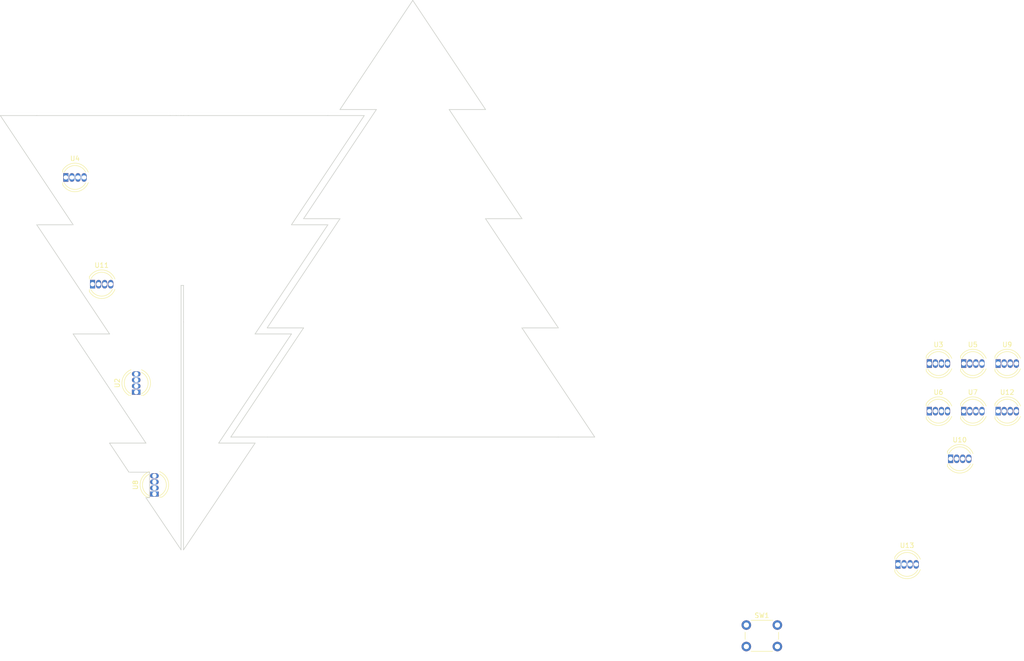
<source format=kicad_pcb>
(kicad_pcb (version 4) (host pcbnew 4.0.7)

  (general
    (links 36)
    (no_connects 36)
    (area -86.435001 -0.075001 38.175001 115.137001)
    (thickness 1.6)
    (drawings 47)
    (tracks 0)
    (zones 0)
    (modules 13)
    (nets 17)
  )

  (page A4)
  (layers
    (0 F.Cu signal)
    (31 B.Cu signal)
    (32 B.Adhes user)
    (33 F.Adhes user)
    (34 B.Paste user)
    (35 F.Paste user)
    (36 B.SilkS user)
    (37 F.SilkS user)
    (38 B.Mask user)
    (39 F.Mask user)
    (40 Dwgs.User user)
    (41 Cmts.User user)
    (42 Eco1.User user)
    (43 Eco2.User user)
    (44 Edge.Cuts user)
    (45 Margin user)
    (46 B.CrtYd user)
    (47 F.CrtYd user)
    (48 B.Fab user)
    (49 F.Fab user)
  )

  (setup
    (last_trace_width 0.25)
    (trace_clearance 0.2)
    (zone_clearance 0.508)
    (zone_45_only no)
    (trace_min 0.2)
    (segment_width 0.2)
    (edge_width 0.15)
    (via_size 0.6)
    (via_drill 0.4)
    (via_min_size 0.4)
    (via_min_drill 0.3)
    (uvia_size 0.3)
    (uvia_drill 0.1)
    (uvias_allowed no)
    (uvia_min_size 0.2)
    (uvia_min_drill 0.1)
    (pcb_text_width 0.3)
    (pcb_text_size 1.5 1.5)
    (mod_edge_width 0.15)
    (mod_text_size 1 1)
    (mod_text_width 0.15)
    (pad_size 1.524 1.524)
    (pad_drill 0.762)
    (pad_to_mask_clearance 0.2)
    (aux_axis_origin 0 0)
    (visible_elements 7FFFFFFF)
    (pcbplotparams
      (layerselection 0x00030_80000001)
      (usegerberextensions false)
      (excludeedgelayer true)
      (linewidth 0.100000)
      (plotframeref false)
      (viasonmask false)
      (mode 1)
      (useauxorigin false)
      (hpglpennumber 1)
      (hpglpenspeed 20)
      (hpglpendiameter 15)
      (hpglpenoverlay 2)
      (psnegative false)
      (psa4output false)
      (plotreference true)
      (plotvalue true)
      (plotinvisibletext false)
      (padsonsilk false)
      (subtractmaskfromsilk false)
      (outputformat 1)
      (mirror false)
      (drillshape 1)
      (scaleselection 1)
      (outputdirectory ""))
  )

  (net 0 "")
  (net 1 "Net-(SW1-Pad2)")
  (net 2 GND)
  (net 3 "Net-(U1-Pad2)")
  (net 4 VCC)
  (net 5 "Net-(U2-Pad4)")
  (net 6 "Net-(U10-Pad4)")
  (net 7 "Net-(U3-Pad4)")
  (net 8 "Net-(U11-Pad4)")
  (net 9 "Net-(U4-Pad4)")
  (net 10 "Net-(U12-Pad4)")
  (net 11 "Net-(U5-Pad4)")
  (net 12 "Net-(U10-Pad1)")
  (net 13 "Net-(U11-Pad1)")
  (net 14 "Net-(U12-Pad1)")
  (net 15 "Net-(U13-Pad1)")
  (net 16 "Net-(U13-Pad4)")

  (net_class Default "This is the default net class."
    (clearance 0.2)
    (trace_width 0.25)
    (via_dia 0.6)
    (via_drill 0.4)
    (uvia_dia 0.3)
    (uvia_drill 0.1)
    (add_net GND)
    (add_net "Net-(SW1-Pad2)")
    (add_net "Net-(U1-Pad2)")
    (add_net "Net-(U10-Pad1)")
    (add_net "Net-(U10-Pad4)")
    (add_net "Net-(U11-Pad1)")
    (add_net "Net-(U11-Pad4)")
    (add_net "Net-(U12-Pad1)")
    (add_net "Net-(U12-Pad4)")
    (add_net "Net-(U13-Pad1)")
    (add_net "Net-(U13-Pad4)")
    (add_net "Net-(U2-Pad4)")
    (add_net "Net-(U3-Pad4)")
    (add_net "Net-(U4-Pad4)")
    (add_net "Net-(U5-Pad4)")
    (add_net VCC)
  )

  (module Buttons_Switches_THT:SW_PUSH_6mm (layer F.Cu) (tedit 5923F252) (tstamp 5A22465B)
    (at 69.85 130.81)
    (descr https://www.omron.com/ecb/products/pdf/en-b3f.pdf)
    (tags "tact sw push 6mm")
    (path /5A224F8A)
    (fp_text reference SW1 (at 3.25 -2) (layer F.SilkS)
      (effects (font (size 1 1) (thickness 0.15)))
    )
    (fp_text value SW_Push (at 3.75 6.7) (layer F.Fab)
      (effects (font (size 1 1) (thickness 0.15)))
    )
    (fp_text user %R (at 3.25 2.25) (layer F.Fab)
      (effects (font (size 1 1) (thickness 0.15)))
    )
    (fp_line (start 3.25 -0.75) (end 6.25 -0.75) (layer F.Fab) (width 0.1))
    (fp_line (start 6.25 -0.75) (end 6.25 5.25) (layer F.Fab) (width 0.1))
    (fp_line (start 6.25 5.25) (end 0.25 5.25) (layer F.Fab) (width 0.1))
    (fp_line (start 0.25 5.25) (end 0.25 -0.75) (layer F.Fab) (width 0.1))
    (fp_line (start 0.25 -0.75) (end 3.25 -0.75) (layer F.Fab) (width 0.1))
    (fp_line (start 7.75 6) (end 8 6) (layer F.CrtYd) (width 0.05))
    (fp_line (start 8 6) (end 8 5.75) (layer F.CrtYd) (width 0.05))
    (fp_line (start 7.75 -1.5) (end 8 -1.5) (layer F.CrtYd) (width 0.05))
    (fp_line (start 8 -1.5) (end 8 -1.25) (layer F.CrtYd) (width 0.05))
    (fp_line (start -1.5 -1.25) (end -1.5 -1.5) (layer F.CrtYd) (width 0.05))
    (fp_line (start -1.5 -1.5) (end -1.25 -1.5) (layer F.CrtYd) (width 0.05))
    (fp_line (start -1.5 5.75) (end -1.5 6) (layer F.CrtYd) (width 0.05))
    (fp_line (start -1.5 6) (end -1.25 6) (layer F.CrtYd) (width 0.05))
    (fp_line (start -1.25 -1.5) (end 7.75 -1.5) (layer F.CrtYd) (width 0.05))
    (fp_line (start -1.5 5.75) (end -1.5 -1.25) (layer F.CrtYd) (width 0.05))
    (fp_line (start 7.75 6) (end -1.25 6) (layer F.CrtYd) (width 0.05))
    (fp_line (start 8 -1.25) (end 8 5.75) (layer F.CrtYd) (width 0.05))
    (fp_line (start 1 5.5) (end 5.5 5.5) (layer F.SilkS) (width 0.12))
    (fp_line (start -0.25 1.5) (end -0.25 3) (layer F.SilkS) (width 0.12))
    (fp_line (start 5.5 -1) (end 1 -1) (layer F.SilkS) (width 0.12))
    (fp_line (start 6.75 3) (end 6.75 1.5) (layer F.SilkS) (width 0.12))
    (fp_circle (center 3.25 2.25) (end 1.25 2.5) (layer F.Fab) (width 0.1))
    (pad 2 thru_hole circle (at 0 4.5 90) (size 2 2) (drill 1.1) (layers *.Cu *.Mask)
      (net 1 "Net-(SW1-Pad2)"))
    (pad 1 thru_hole circle (at 0 0 90) (size 2 2) (drill 1.1) (layers *.Cu *.Mask)
      (net 2 GND))
    (pad 2 thru_hole circle (at 6.5 4.5 90) (size 2 2) (drill 1.1) (layers *.Cu *.Mask)
      (net 1 "Net-(SW1-Pad2)"))
    (pad 1 thru_hole circle (at 6.5 0 90) (size 2 2) (drill 1.1) (layers *.Cu *.Mask)
      (net 2 GND))
    (model ${KISYS3DMOD}/Buttons_Switches_THT.3dshapes/SW_PUSH_6mm.wrl
      (at (xyz 0.005 0 0))
      (scale (xyz 0.3937 0.3937 0.3937))
      (rotate (xyz 0 0 0))
    )
  )

  (module LEDs:LED_D5.0mm-4 (layer F.Cu) (tedit 587A3A7B) (tstamp 5A224663)
    (at -57.912 82.042 90)
    (descr "LED, diameter 5.0mm, 2 pins, diameter 5.0mm, 3 pins, diameter 5.0mm, 4 pins, http://www.kingbright.com/attachments/file/psearch/000/00/00/L-154A4SUREQBFZGEW(Ver.9A).pdf")
    (tags "LED diameter 5.0mm 2 pins diameter 5.0mm 3 pins diameter 5.0mm 4 pins")
    (path /5A224893)
    (fp_text reference U2 (at 1.905 -3.96 90) (layer F.SilkS)
      (effects (font (size 1 1) (thickness 0.15)))
    )
    (fp_text value WS2812b (at 1.905 3.96 90) (layer F.Fab)
      (effects (font (size 1 1) (thickness 0.15)))
    )
    (fp_arc (start 1.905 0) (end -0.595 -1.469694) (angle 299.1) (layer F.Fab) (width 0.1))
    (fp_arc (start 1.905 0) (end -0.655 -1.54483) (angle 127.7) (layer F.SilkS) (width 0.12))
    (fp_arc (start 1.905 0) (end -0.655 1.54483) (angle -127.7) (layer F.SilkS) (width 0.12))
    (fp_arc (start 1.905 0) (end -0.349684 -1.08) (angle 128.8) (layer F.SilkS) (width 0.12))
    (fp_arc (start 1.905 0) (end -0.349684 1.08) (angle -128.8) (layer F.SilkS) (width 0.12))
    (fp_circle (center 1.905 0) (end 4.405 0) (layer F.Fab) (width 0.1))
    (fp_line (start -0.595 -1.469694) (end -0.595 1.469694) (layer F.Fab) (width 0.1))
    (fp_line (start -0.655 -1.545) (end -0.655 -1.08) (layer F.SilkS) (width 0.12))
    (fp_line (start -0.655 1.08) (end -0.655 1.545) (layer F.SilkS) (width 0.12))
    (fp_line (start -1.35 -3.25) (end -1.35 3.25) (layer F.CrtYd) (width 0.05))
    (fp_line (start -1.35 3.25) (end 5.15 3.25) (layer F.CrtYd) (width 0.05))
    (fp_line (start 5.15 3.25) (end 5.15 -3.25) (layer F.CrtYd) (width 0.05))
    (fp_line (start 5.15 -3.25) (end -1.35 -3.25) (layer F.CrtYd) (width 0.05))
    (pad 1 thru_hole rect (at 0 0 90) (size 1.07 1.8) (drill 0.9) (layers *.Cu *.Mask)
      (net 3 "Net-(U1-Pad2)"))
    (pad 2 thru_hole oval (at 1.27 0 90) (size 1.07 1.8) (drill 0.9) (layers *.Cu *.Mask)
      (net 4 VCC))
    (pad 3 thru_hole oval (at 2.54 0 90) (size 1.07 1.8) (drill 0.9) (layers *.Cu *.Mask)
      (net 2 GND))
    (pad 4 thru_hole oval (at 3.81 0 90) (size 1.07 1.8) (drill 0.9) (layers *.Cu *.Mask)
      (net 5 "Net-(U2-Pad4)"))
    (model ${KISYS3DMOD}/LEDs.3dshapes/LED_D5.0mm-4.wrl
      (at (xyz 0 0 0))
      (scale (xyz 0.393701 0.393701 0.393701))
      (rotate (xyz 0 0 0))
    )
  )

  (module LEDs:LED_D5.0mm-4 (layer F.Cu) (tedit 587A3A7B) (tstamp 5A22466B)
    (at 108.169762 76.055)
    (descr "LED, diameter 5.0mm, 2 pins, diameter 5.0mm, 3 pins, diameter 5.0mm, 4 pins, http://www.kingbright.com/attachments/file/psearch/000/00/00/L-154A4SUREQBFZGEW(Ver.9A).pdf")
    (tags "LED diameter 5.0mm 2 pins diameter 5.0mm 3 pins diameter 5.0mm 4 pins")
    (path /5A22492E)
    (fp_text reference U3 (at 1.905 -3.96) (layer F.SilkS)
      (effects (font (size 1 1) (thickness 0.15)))
    )
    (fp_text value WS2812b (at 1.905 3.96) (layer F.Fab)
      (effects (font (size 1 1) (thickness 0.15)))
    )
    (fp_arc (start 1.905 0) (end -0.595 -1.469694) (angle 299.1) (layer F.Fab) (width 0.1))
    (fp_arc (start 1.905 0) (end -0.655 -1.54483) (angle 127.7) (layer F.SilkS) (width 0.12))
    (fp_arc (start 1.905 0) (end -0.655 1.54483) (angle -127.7) (layer F.SilkS) (width 0.12))
    (fp_arc (start 1.905 0) (end -0.349684 -1.08) (angle 128.8) (layer F.SilkS) (width 0.12))
    (fp_arc (start 1.905 0) (end -0.349684 1.08) (angle -128.8) (layer F.SilkS) (width 0.12))
    (fp_circle (center 1.905 0) (end 4.405 0) (layer F.Fab) (width 0.1))
    (fp_line (start -0.595 -1.469694) (end -0.595 1.469694) (layer F.Fab) (width 0.1))
    (fp_line (start -0.655 -1.545) (end -0.655 -1.08) (layer F.SilkS) (width 0.12))
    (fp_line (start -0.655 1.08) (end -0.655 1.545) (layer F.SilkS) (width 0.12))
    (fp_line (start -1.35 -3.25) (end -1.35 3.25) (layer F.CrtYd) (width 0.05))
    (fp_line (start -1.35 3.25) (end 5.15 3.25) (layer F.CrtYd) (width 0.05))
    (fp_line (start 5.15 3.25) (end 5.15 -3.25) (layer F.CrtYd) (width 0.05))
    (fp_line (start 5.15 -3.25) (end -1.35 -3.25) (layer F.CrtYd) (width 0.05))
    (pad 1 thru_hole rect (at 0 0) (size 1.07 1.8) (drill 0.9) (layers *.Cu *.Mask)
      (net 6 "Net-(U10-Pad4)"))
    (pad 2 thru_hole oval (at 1.27 0) (size 1.07 1.8) (drill 0.9) (layers *.Cu *.Mask)
      (net 4 VCC))
    (pad 3 thru_hole oval (at 2.54 0) (size 1.07 1.8) (drill 0.9) (layers *.Cu *.Mask)
      (net 2 GND))
    (pad 4 thru_hole oval (at 3.81 0) (size 1.07 1.8) (drill 0.9) (layers *.Cu *.Mask)
      (net 7 "Net-(U3-Pad4)"))
    (model ${KISYS3DMOD}/LEDs.3dshapes/LED_D5.0mm-4.wrl
      (at (xyz 0 0 0))
      (scale (xyz 0.393701 0.393701 0.393701))
      (rotate (xyz 0 0 0))
    )
  )

  (module LEDs:LED_D5.0mm-4 (layer F.Cu) (tedit 587A3A7B) (tstamp 5A224673)
    (at -72.644 37.084)
    (descr "LED, diameter 5.0mm, 2 pins, diameter 5.0mm, 3 pins, diameter 5.0mm, 4 pins, http://www.kingbright.com/attachments/file/psearch/000/00/00/L-154A4SUREQBFZGEW(Ver.9A).pdf")
    (tags "LED diameter 5.0mm 2 pins diameter 5.0mm 3 pins diameter 5.0mm 4 pins")
    (path /5A22498D)
    (fp_text reference U4 (at 1.905 -3.96) (layer F.SilkS)
      (effects (font (size 1 1) (thickness 0.15)))
    )
    (fp_text value WS2812b (at 1.905 3.96) (layer F.Fab)
      (effects (font (size 1 1) (thickness 0.15)))
    )
    (fp_arc (start 1.905 0) (end -0.595 -1.469694) (angle 299.1) (layer F.Fab) (width 0.1))
    (fp_arc (start 1.905 0) (end -0.655 -1.54483) (angle 127.7) (layer F.SilkS) (width 0.12))
    (fp_arc (start 1.905 0) (end -0.655 1.54483) (angle -127.7) (layer F.SilkS) (width 0.12))
    (fp_arc (start 1.905 0) (end -0.349684 -1.08) (angle 128.8) (layer F.SilkS) (width 0.12))
    (fp_arc (start 1.905 0) (end -0.349684 1.08) (angle -128.8) (layer F.SilkS) (width 0.12))
    (fp_circle (center 1.905 0) (end 4.405 0) (layer F.Fab) (width 0.1))
    (fp_line (start -0.595 -1.469694) (end -0.595 1.469694) (layer F.Fab) (width 0.1))
    (fp_line (start -0.655 -1.545) (end -0.655 -1.08) (layer F.SilkS) (width 0.12))
    (fp_line (start -0.655 1.08) (end -0.655 1.545) (layer F.SilkS) (width 0.12))
    (fp_line (start -1.35 -3.25) (end -1.35 3.25) (layer F.CrtYd) (width 0.05))
    (fp_line (start -1.35 3.25) (end 5.15 3.25) (layer F.CrtYd) (width 0.05))
    (fp_line (start 5.15 3.25) (end 5.15 -3.25) (layer F.CrtYd) (width 0.05))
    (fp_line (start 5.15 -3.25) (end -1.35 -3.25) (layer F.CrtYd) (width 0.05))
    (pad 1 thru_hole rect (at 0 0) (size 1.07 1.8) (drill 0.9) (layers *.Cu *.Mask)
      (net 8 "Net-(U11-Pad4)"))
    (pad 2 thru_hole oval (at 1.27 0) (size 1.07 1.8) (drill 0.9) (layers *.Cu *.Mask)
      (net 4 VCC))
    (pad 3 thru_hole oval (at 2.54 0) (size 1.07 1.8) (drill 0.9) (layers *.Cu *.Mask)
      (net 2 GND))
    (pad 4 thru_hole oval (at 3.81 0) (size 1.07 1.8) (drill 0.9) (layers *.Cu *.Mask)
      (net 9 "Net-(U4-Pad4)"))
    (model ${KISYS3DMOD}/LEDs.3dshapes/LED_D5.0mm-4.wrl
      (at (xyz 0 0 0))
      (scale (xyz 0.393701 0.393701 0.393701))
      (rotate (xyz 0 0 0))
    )
  )

  (module LEDs:LED_D5.0mm-4 (layer F.Cu) (tedit 587A3A7B) (tstamp 5A22467B)
    (at 115.369762 76.055)
    (descr "LED, diameter 5.0mm, 2 pins, diameter 5.0mm, 3 pins, diameter 5.0mm, 4 pins, http://www.kingbright.com/attachments/file/psearch/000/00/00/L-154A4SUREQBFZGEW(Ver.9A).pdf")
    (tags "LED diameter 5.0mm 2 pins diameter 5.0mm 3 pins diameter 5.0mm 4 pins")
    (path /5A2249BE)
    (fp_text reference U5 (at 1.905 -3.96) (layer F.SilkS)
      (effects (font (size 1 1) (thickness 0.15)))
    )
    (fp_text value WS2812b (at 1.905 3.96) (layer F.Fab)
      (effects (font (size 1 1) (thickness 0.15)))
    )
    (fp_arc (start 1.905 0) (end -0.595 -1.469694) (angle 299.1) (layer F.Fab) (width 0.1))
    (fp_arc (start 1.905 0) (end -0.655 -1.54483) (angle 127.7) (layer F.SilkS) (width 0.12))
    (fp_arc (start 1.905 0) (end -0.655 1.54483) (angle -127.7) (layer F.SilkS) (width 0.12))
    (fp_arc (start 1.905 0) (end -0.349684 -1.08) (angle 128.8) (layer F.SilkS) (width 0.12))
    (fp_arc (start 1.905 0) (end -0.349684 1.08) (angle -128.8) (layer F.SilkS) (width 0.12))
    (fp_circle (center 1.905 0) (end 4.405 0) (layer F.Fab) (width 0.1))
    (fp_line (start -0.595 -1.469694) (end -0.595 1.469694) (layer F.Fab) (width 0.1))
    (fp_line (start -0.655 -1.545) (end -0.655 -1.08) (layer F.SilkS) (width 0.12))
    (fp_line (start -0.655 1.08) (end -0.655 1.545) (layer F.SilkS) (width 0.12))
    (fp_line (start -1.35 -3.25) (end -1.35 3.25) (layer F.CrtYd) (width 0.05))
    (fp_line (start -1.35 3.25) (end 5.15 3.25) (layer F.CrtYd) (width 0.05))
    (fp_line (start 5.15 3.25) (end 5.15 -3.25) (layer F.CrtYd) (width 0.05))
    (fp_line (start 5.15 -3.25) (end -1.35 -3.25) (layer F.CrtYd) (width 0.05))
    (pad 1 thru_hole rect (at 0 0) (size 1.07 1.8) (drill 0.9) (layers *.Cu *.Mask)
      (net 10 "Net-(U12-Pad4)"))
    (pad 2 thru_hole oval (at 1.27 0) (size 1.07 1.8) (drill 0.9) (layers *.Cu *.Mask)
      (net 4 VCC))
    (pad 3 thru_hole oval (at 2.54 0) (size 1.07 1.8) (drill 0.9) (layers *.Cu *.Mask)
      (net 2 GND))
    (pad 4 thru_hole oval (at 3.81 0) (size 1.07 1.8) (drill 0.9) (layers *.Cu *.Mask)
      (net 11 "Net-(U5-Pad4)"))
    (model ${KISYS3DMOD}/LEDs.3dshapes/LED_D5.0mm-4.wrl
      (at (xyz 0 0 0))
      (scale (xyz 0.393701 0.393701 0.393701))
      (rotate (xyz 0 0 0))
    )
  )

  (module LEDs:LED_D5.0mm-4 (layer F.Cu) (tedit 587A3A7B) (tstamp 5A224683)
    (at 108.169762 86.025)
    (descr "LED, diameter 5.0mm, 2 pins, diameter 5.0mm, 3 pins, diameter 5.0mm, 4 pins, http://www.kingbright.com/attachments/file/psearch/000/00/00/L-154A4SUREQBFZGEW(Ver.9A).pdf")
    (tags "LED diameter 5.0mm 2 pins diameter 5.0mm 3 pins diameter 5.0mm 4 pins")
    (path /5A2248C3)
    (fp_text reference U6 (at 1.905 -3.96) (layer F.SilkS)
      (effects (font (size 1 1) (thickness 0.15)))
    )
    (fp_text value WS2812b (at 1.905 3.96) (layer F.Fab)
      (effects (font (size 1 1) (thickness 0.15)))
    )
    (fp_arc (start 1.905 0) (end -0.595 -1.469694) (angle 299.1) (layer F.Fab) (width 0.1))
    (fp_arc (start 1.905 0) (end -0.655 -1.54483) (angle 127.7) (layer F.SilkS) (width 0.12))
    (fp_arc (start 1.905 0) (end -0.655 1.54483) (angle -127.7) (layer F.SilkS) (width 0.12))
    (fp_arc (start 1.905 0) (end -0.349684 -1.08) (angle 128.8) (layer F.SilkS) (width 0.12))
    (fp_arc (start 1.905 0) (end -0.349684 1.08) (angle -128.8) (layer F.SilkS) (width 0.12))
    (fp_circle (center 1.905 0) (end 4.405 0) (layer F.Fab) (width 0.1))
    (fp_line (start -0.595 -1.469694) (end -0.595 1.469694) (layer F.Fab) (width 0.1))
    (fp_line (start -0.655 -1.545) (end -0.655 -1.08) (layer F.SilkS) (width 0.12))
    (fp_line (start -0.655 1.08) (end -0.655 1.545) (layer F.SilkS) (width 0.12))
    (fp_line (start -1.35 -3.25) (end -1.35 3.25) (layer F.CrtYd) (width 0.05))
    (fp_line (start -1.35 3.25) (end 5.15 3.25) (layer F.CrtYd) (width 0.05))
    (fp_line (start 5.15 3.25) (end 5.15 -3.25) (layer F.CrtYd) (width 0.05))
    (fp_line (start 5.15 -3.25) (end -1.35 -3.25) (layer F.CrtYd) (width 0.05))
    (pad 1 thru_hole rect (at 0 0) (size 1.07 1.8) (drill 0.9) (layers *.Cu *.Mask)
      (net 5 "Net-(U2-Pad4)"))
    (pad 2 thru_hole oval (at 1.27 0) (size 1.07 1.8) (drill 0.9) (layers *.Cu *.Mask)
      (net 4 VCC))
    (pad 3 thru_hole oval (at 2.54 0) (size 1.07 1.8) (drill 0.9) (layers *.Cu *.Mask)
      (net 2 GND))
    (pad 4 thru_hole oval (at 3.81 0) (size 1.07 1.8) (drill 0.9) (layers *.Cu *.Mask)
      (net 12 "Net-(U10-Pad1)"))
    (model ${KISYS3DMOD}/LEDs.3dshapes/LED_D5.0mm-4.wrl
      (at (xyz 0 0 0))
      (scale (xyz 0.393701 0.393701 0.393701))
      (rotate (xyz 0 0 0))
    )
  )

  (module LEDs:LED_D5.0mm-4 (layer F.Cu) (tedit 587A3A7B) (tstamp 5A22468B)
    (at 115.369762 86.025)
    (descr "LED, diameter 5.0mm, 2 pins, diameter 5.0mm, 3 pins, diameter 5.0mm, 4 pins, http://www.kingbright.com/attachments/file/psearch/000/00/00/L-154A4SUREQBFZGEW(Ver.9A).pdf")
    (tags "LED diameter 5.0mm 2 pins diameter 5.0mm 3 pins diameter 5.0mm 4 pins")
    (path /5A224955)
    (fp_text reference U7 (at 1.905 -3.96) (layer F.SilkS)
      (effects (font (size 1 1) (thickness 0.15)))
    )
    (fp_text value WS2812b (at 1.905 3.96) (layer F.Fab)
      (effects (font (size 1 1) (thickness 0.15)))
    )
    (fp_arc (start 1.905 0) (end -0.595 -1.469694) (angle 299.1) (layer F.Fab) (width 0.1))
    (fp_arc (start 1.905 0) (end -0.655 -1.54483) (angle 127.7) (layer F.SilkS) (width 0.12))
    (fp_arc (start 1.905 0) (end -0.655 1.54483) (angle -127.7) (layer F.SilkS) (width 0.12))
    (fp_arc (start 1.905 0) (end -0.349684 -1.08) (angle 128.8) (layer F.SilkS) (width 0.12))
    (fp_arc (start 1.905 0) (end -0.349684 1.08) (angle -128.8) (layer F.SilkS) (width 0.12))
    (fp_circle (center 1.905 0) (end 4.405 0) (layer F.Fab) (width 0.1))
    (fp_line (start -0.595 -1.469694) (end -0.595 1.469694) (layer F.Fab) (width 0.1))
    (fp_line (start -0.655 -1.545) (end -0.655 -1.08) (layer F.SilkS) (width 0.12))
    (fp_line (start -0.655 1.08) (end -0.655 1.545) (layer F.SilkS) (width 0.12))
    (fp_line (start -1.35 -3.25) (end -1.35 3.25) (layer F.CrtYd) (width 0.05))
    (fp_line (start -1.35 3.25) (end 5.15 3.25) (layer F.CrtYd) (width 0.05))
    (fp_line (start 5.15 3.25) (end 5.15 -3.25) (layer F.CrtYd) (width 0.05))
    (fp_line (start 5.15 -3.25) (end -1.35 -3.25) (layer F.CrtYd) (width 0.05))
    (pad 1 thru_hole rect (at 0 0) (size 1.07 1.8) (drill 0.9) (layers *.Cu *.Mask)
      (net 7 "Net-(U3-Pad4)"))
    (pad 2 thru_hole oval (at 1.27 0) (size 1.07 1.8) (drill 0.9) (layers *.Cu *.Mask)
      (net 4 VCC))
    (pad 3 thru_hole oval (at 2.54 0) (size 1.07 1.8) (drill 0.9) (layers *.Cu *.Mask)
      (net 2 GND))
    (pad 4 thru_hole oval (at 3.81 0) (size 1.07 1.8) (drill 0.9) (layers *.Cu *.Mask)
      (net 13 "Net-(U11-Pad1)"))
    (model ${KISYS3DMOD}/LEDs.3dshapes/LED_D5.0mm-4.wrl
      (at (xyz 0 0 0))
      (scale (xyz 0.393701 0.393701 0.393701))
      (rotate (xyz 0 0 0))
    )
  )

  (module LEDs:LED_D5.0mm-4 (layer F.Cu) (tedit 587A3A7B) (tstamp 5A224693)
    (at -54.102 103.378 90)
    (descr "LED, diameter 5.0mm, 2 pins, diameter 5.0mm, 3 pins, diameter 5.0mm, 4 pins, http://www.kingbright.com/attachments/file/psearch/000/00/00/L-154A4SUREQBFZGEW(Ver.9A).pdf")
    (tags "LED diameter 5.0mm 2 pins diameter 5.0mm 3 pins diameter 5.0mm 4 pins")
    (path /5A2249F0)
    (fp_text reference U8 (at 1.905 -3.96 90) (layer F.SilkS)
      (effects (font (size 1 1) (thickness 0.15)))
    )
    (fp_text value WS2812b (at 1.905 3.96 90) (layer F.Fab)
      (effects (font (size 1 1) (thickness 0.15)))
    )
    (fp_arc (start 1.905 0) (end -0.595 -1.469694) (angle 299.1) (layer F.Fab) (width 0.1))
    (fp_arc (start 1.905 0) (end -0.655 -1.54483) (angle 127.7) (layer F.SilkS) (width 0.12))
    (fp_arc (start 1.905 0) (end -0.655 1.54483) (angle -127.7) (layer F.SilkS) (width 0.12))
    (fp_arc (start 1.905 0) (end -0.349684 -1.08) (angle 128.8) (layer F.SilkS) (width 0.12))
    (fp_arc (start 1.905 0) (end -0.349684 1.08) (angle -128.8) (layer F.SilkS) (width 0.12))
    (fp_circle (center 1.905 0) (end 4.405 0) (layer F.Fab) (width 0.1))
    (fp_line (start -0.595 -1.469694) (end -0.595 1.469694) (layer F.Fab) (width 0.1))
    (fp_line (start -0.655 -1.545) (end -0.655 -1.08) (layer F.SilkS) (width 0.12))
    (fp_line (start -0.655 1.08) (end -0.655 1.545) (layer F.SilkS) (width 0.12))
    (fp_line (start -1.35 -3.25) (end -1.35 3.25) (layer F.CrtYd) (width 0.05))
    (fp_line (start -1.35 3.25) (end 5.15 3.25) (layer F.CrtYd) (width 0.05))
    (fp_line (start 5.15 3.25) (end 5.15 -3.25) (layer F.CrtYd) (width 0.05))
    (fp_line (start 5.15 -3.25) (end -1.35 -3.25) (layer F.CrtYd) (width 0.05))
    (pad 1 thru_hole rect (at 0 0 90) (size 1.07 1.8) (drill 0.9) (layers *.Cu *.Mask)
      (net 9 "Net-(U4-Pad4)"))
    (pad 2 thru_hole oval (at 1.27 0 90) (size 1.07 1.8) (drill 0.9) (layers *.Cu *.Mask)
      (net 4 VCC))
    (pad 3 thru_hole oval (at 2.54 0 90) (size 1.07 1.8) (drill 0.9) (layers *.Cu *.Mask)
      (net 2 GND))
    (pad 4 thru_hole oval (at 3.81 0 90) (size 1.07 1.8) (drill 0.9) (layers *.Cu *.Mask)
      (net 14 "Net-(U12-Pad1)"))
    (model ${KISYS3DMOD}/LEDs.3dshapes/LED_D5.0mm-4.wrl
      (at (xyz 0 0 0))
      (scale (xyz 0.393701 0.393701 0.393701))
      (rotate (xyz 0 0 0))
    )
  )

  (module LEDs:LED_D5.0mm-4 (layer F.Cu) (tedit 587A3A7B) (tstamp 5A22469B)
    (at 122.569762 76.055)
    (descr "LED, diameter 5.0mm, 2 pins, diameter 5.0mm, 3 pins, diameter 5.0mm, 4 pins, http://www.kingbright.com/attachments/file/psearch/000/00/00/L-154A4SUREQBFZGEW(Ver.9A).pdf")
    (tags "LED diameter 5.0mm 2 pins diameter 5.0mm 3 pins diameter 5.0mm 4 pins")
    (path /5A224A21)
    (fp_text reference U9 (at 1.905 -3.96) (layer F.SilkS)
      (effects (font (size 1 1) (thickness 0.15)))
    )
    (fp_text value WS2812b (at 1.905 3.96) (layer F.Fab)
      (effects (font (size 1 1) (thickness 0.15)))
    )
    (fp_arc (start 1.905 0) (end -0.595 -1.469694) (angle 299.1) (layer F.Fab) (width 0.1))
    (fp_arc (start 1.905 0) (end -0.655 -1.54483) (angle 127.7) (layer F.SilkS) (width 0.12))
    (fp_arc (start 1.905 0) (end -0.655 1.54483) (angle -127.7) (layer F.SilkS) (width 0.12))
    (fp_arc (start 1.905 0) (end -0.349684 -1.08) (angle 128.8) (layer F.SilkS) (width 0.12))
    (fp_arc (start 1.905 0) (end -0.349684 1.08) (angle -128.8) (layer F.SilkS) (width 0.12))
    (fp_circle (center 1.905 0) (end 4.405 0) (layer F.Fab) (width 0.1))
    (fp_line (start -0.595 -1.469694) (end -0.595 1.469694) (layer F.Fab) (width 0.1))
    (fp_line (start -0.655 -1.545) (end -0.655 -1.08) (layer F.SilkS) (width 0.12))
    (fp_line (start -0.655 1.08) (end -0.655 1.545) (layer F.SilkS) (width 0.12))
    (fp_line (start -1.35 -3.25) (end -1.35 3.25) (layer F.CrtYd) (width 0.05))
    (fp_line (start -1.35 3.25) (end 5.15 3.25) (layer F.CrtYd) (width 0.05))
    (fp_line (start 5.15 3.25) (end 5.15 -3.25) (layer F.CrtYd) (width 0.05))
    (fp_line (start 5.15 -3.25) (end -1.35 -3.25) (layer F.CrtYd) (width 0.05))
    (pad 1 thru_hole rect (at 0 0) (size 1.07 1.8) (drill 0.9) (layers *.Cu *.Mask)
      (net 11 "Net-(U5-Pad4)"))
    (pad 2 thru_hole oval (at 1.27 0) (size 1.07 1.8) (drill 0.9) (layers *.Cu *.Mask)
      (net 4 VCC))
    (pad 3 thru_hole oval (at 2.54 0) (size 1.07 1.8) (drill 0.9) (layers *.Cu *.Mask)
      (net 2 GND))
    (pad 4 thru_hole oval (at 3.81 0) (size 1.07 1.8) (drill 0.9) (layers *.Cu *.Mask)
      (net 15 "Net-(U13-Pad1)"))
    (model ${KISYS3DMOD}/LEDs.3dshapes/LED_D5.0mm-4.wrl
      (at (xyz 0 0 0))
      (scale (xyz 0.393701 0.393701 0.393701))
      (rotate (xyz 0 0 0))
    )
  )

  (module LEDs:LED_D5.0mm-4 (layer F.Cu) (tedit 587A3A7B) (tstamp 5A2246A3)
    (at 112.619762 95.995)
    (descr "LED, diameter 5.0mm, 2 pins, diameter 5.0mm, 3 pins, diameter 5.0mm, 4 pins, http://www.kingbright.com/attachments/file/psearch/000/00/00/L-154A4SUREQBFZGEW(Ver.9A).pdf")
    (tags "LED diameter 5.0mm 2 pins diameter 5.0mm 3 pins diameter 5.0mm 4 pins")
    (path /5A2248EE)
    (fp_text reference U10 (at 1.905 -3.96) (layer F.SilkS)
      (effects (font (size 1 1) (thickness 0.15)))
    )
    (fp_text value WS2812b (at 1.905 3.96) (layer F.Fab)
      (effects (font (size 1 1) (thickness 0.15)))
    )
    (fp_arc (start 1.905 0) (end -0.595 -1.469694) (angle 299.1) (layer F.Fab) (width 0.1))
    (fp_arc (start 1.905 0) (end -0.655 -1.54483) (angle 127.7) (layer F.SilkS) (width 0.12))
    (fp_arc (start 1.905 0) (end -0.655 1.54483) (angle -127.7) (layer F.SilkS) (width 0.12))
    (fp_arc (start 1.905 0) (end -0.349684 -1.08) (angle 128.8) (layer F.SilkS) (width 0.12))
    (fp_arc (start 1.905 0) (end -0.349684 1.08) (angle -128.8) (layer F.SilkS) (width 0.12))
    (fp_circle (center 1.905 0) (end 4.405 0) (layer F.Fab) (width 0.1))
    (fp_line (start -0.595 -1.469694) (end -0.595 1.469694) (layer F.Fab) (width 0.1))
    (fp_line (start -0.655 -1.545) (end -0.655 -1.08) (layer F.SilkS) (width 0.12))
    (fp_line (start -0.655 1.08) (end -0.655 1.545) (layer F.SilkS) (width 0.12))
    (fp_line (start -1.35 -3.25) (end -1.35 3.25) (layer F.CrtYd) (width 0.05))
    (fp_line (start -1.35 3.25) (end 5.15 3.25) (layer F.CrtYd) (width 0.05))
    (fp_line (start 5.15 3.25) (end 5.15 -3.25) (layer F.CrtYd) (width 0.05))
    (fp_line (start 5.15 -3.25) (end -1.35 -3.25) (layer F.CrtYd) (width 0.05))
    (pad 1 thru_hole rect (at 0 0) (size 1.07 1.8) (drill 0.9) (layers *.Cu *.Mask)
      (net 12 "Net-(U10-Pad1)"))
    (pad 2 thru_hole oval (at 1.27 0) (size 1.07 1.8) (drill 0.9) (layers *.Cu *.Mask)
      (net 4 VCC))
    (pad 3 thru_hole oval (at 2.54 0) (size 1.07 1.8) (drill 0.9) (layers *.Cu *.Mask)
      (net 2 GND))
    (pad 4 thru_hole oval (at 3.81 0) (size 1.07 1.8) (drill 0.9) (layers *.Cu *.Mask)
      (net 6 "Net-(U10-Pad4)"))
    (model ${KISYS3DMOD}/LEDs.3dshapes/LED_D5.0mm-4.wrl
      (at (xyz 0 0 0))
      (scale (xyz 0.393701 0.393701 0.393701))
      (rotate (xyz 0 0 0))
    )
  )

  (module LEDs:LED_D5.0mm-4 (layer F.Cu) (tedit 587A3A7B) (tstamp 5A2246AB)
    (at -67.056 59.436)
    (descr "LED, diameter 5.0mm, 2 pins, diameter 5.0mm, 3 pins, diameter 5.0mm, 4 pins, http://www.kingbright.com/attachments/file/psearch/000/00/00/L-154A4SUREQBFZGEW(Ver.9A).pdf")
    (tags "LED diameter 5.0mm 2 pins diameter 5.0mm 3 pins diameter 5.0mm 4 pins")
    (path /5A224A61)
    (fp_text reference U11 (at 1.905 -3.96) (layer F.SilkS)
      (effects (font (size 1 1) (thickness 0.15)))
    )
    (fp_text value WS2812b (at 1.905 3.96) (layer F.Fab)
      (effects (font (size 1 1) (thickness 0.15)))
    )
    (fp_arc (start 1.905 0) (end -0.595 -1.469694) (angle 299.1) (layer F.Fab) (width 0.1))
    (fp_arc (start 1.905 0) (end -0.655 -1.54483) (angle 127.7) (layer F.SilkS) (width 0.12))
    (fp_arc (start 1.905 0) (end -0.655 1.54483) (angle -127.7) (layer F.SilkS) (width 0.12))
    (fp_arc (start 1.905 0) (end -0.349684 -1.08) (angle 128.8) (layer F.SilkS) (width 0.12))
    (fp_arc (start 1.905 0) (end -0.349684 1.08) (angle -128.8) (layer F.SilkS) (width 0.12))
    (fp_circle (center 1.905 0) (end 4.405 0) (layer F.Fab) (width 0.1))
    (fp_line (start -0.595 -1.469694) (end -0.595 1.469694) (layer F.Fab) (width 0.1))
    (fp_line (start -0.655 -1.545) (end -0.655 -1.08) (layer F.SilkS) (width 0.12))
    (fp_line (start -0.655 1.08) (end -0.655 1.545) (layer F.SilkS) (width 0.12))
    (fp_line (start -1.35 -3.25) (end -1.35 3.25) (layer F.CrtYd) (width 0.05))
    (fp_line (start -1.35 3.25) (end 5.15 3.25) (layer F.CrtYd) (width 0.05))
    (fp_line (start 5.15 3.25) (end 5.15 -3.25) (layer F.CrtYd) (width 0.05))
    (fp_line (start 5.15 -3.25) (end -1.35 -3.25) (layer F.CrtYd) (width 0.05))
    (pad 1 thru_hole rect (at 0 0) (size 1.07 1.8) (drill 0.9) (layers *.Cu *.Mask)
      (net 13 "Net-(U11-Pad1)"))
    (pad 2 thru_hole oval (at 1.27 0) (size 1.07 1.8) (drill 0.9) (layers *.Cu *.Mask)
      (net 4 VCC))
    (pad 3 thru_hole oval (at 2.54 0) (size 1.07 1.8) (drill 0.9) (layers *.Cu *.Mask)
      (net 2 GND))
    (pad 4 thru_hole oval (at 3.81 0) (size 1.07 1.8) (drill 0.9) (layers *.Cu *.Mask)
      (net 8 "Net-(U11-Pad4)"))
    (model ${KISYS3DMOD}/LEDs.3dshapes/LED_D5.0mm-4.wrl
      (at (xyz 0 0 0))
      (scale (xyz 0.393701 0.393701 0.393701))
      (rotate (xyz 0 0 0))
    )
  )

  (module LEDs:LED_D5.0mm-4 (layer F.Cu) (tedit 587A3A7B) (tstamp 5A2246B3)
    (at 122.569762 86.025)
    (descr "LED, diameter 5.0mm, 2 pins, diameter 5.0mm, 3 pins, diameter 5.0mm, 4 pins, http://www.kingbright.com/attachments/file/psearch/000/00/00/L-154A4SUREQBFZGEW(Ver.9A).pdf")
    (tags "LED diameter 5.0mm 2 pins diameter 5.0mm 3 pins diameter 5.0mm 4 pins")
    (path /5A224A9C)
    (fp_text reference U12 (at 1.905 -3.96) (layer F.SilkS)
      (effects (font (size 1 1) (thickness 0.15)))
    )
    (fp_text value WS2812b (at 1.905 3.96) (layer F.Fab)
      (effects (font (size 1 1) (thickness 0.15)))
    )
    (fp_arc (start 1.905 0) (end -0.595 -1.469694) (angle 299.1) (layer F.Fab) (width 0.1))
    (fp_arc (start 1.905 0) (end -0.655 -1.54483) (angle 127.7) (layer F.SilkS) (width 0.12))
    (fp_arc (start 1.905 0) (end -0.655 1.54483) (angle -127.7) (layer F.SilkS) (width 0.12))
    (fp_arc (start 1.905 0) (end -0.349684 -1.08) (angle 128.8) (layer F.SilkS) (width 0.12))
    (fp_arc (start 1.905 0) (end -0.349684 1.08) (angle -128.8) (layer F.SilkS) (width 0.12))
    (fp_circle (center 1.905 0) (end 4.405 0) (layer F.Fab) (width 0.1))
    (fp_line (start -0.595 -1.469694) (end -0.595 1.469694) (layer F.Fab) (width 0.1))
    (fp_line (start -0.655 -1.545) (end -0.655 -1.08) (layer F.SilkS) (width 0.12))
    (fp_line (start -0.655 1.08) (end -0.655 1.545) (layer F.SilkS) (width 0.12))
    (fp_line (start -1.35 -3.25) (end -1.35 3.25) (layer F.CrtYd) (width 0.05))
    (fp_line (start -1.35 3.25) (end 5.15 3.25) (layer F.CrtYd) (width 0.05))
    (fp_line (start 5.15 3.25) (end 5.15 -3.25) (layer F.CrtYd) (width 0.05))
    (fp_line (start 5.15 -3.25) (end -1.35 -3.25) (layer F.CrtYd) (width 0.05))
    (pad 1 thru_hole rect (at 0 0) (size 1.07 1.8) (drill 0.9) (layers *.Cu *.Mask)
      (net 14 "Net-(U12-Pad1)"))
    (pad 2 thru_hole oval (at 1.27 0) (size 1.07 1.8) (drill 0.9) (layers *.Cu *.Mask)
      (net 4 VCC))
    (pad 3 thru_hole oval (at 2.54 0) (size 1.07 1.8) (drill 0.9) (layers *.Cu *.Mask)
      (net 2 GND))
    (pad 4 thru_hole oval (at 3.81 0) (size 1.07 1.8) (drill 0.9) (layers *.Cu *.Mask)
      (net 10 "Net-(U12-Pad4)"))
    (model ${KISYS3DMOD}/LEDs.3dshapes/LED_D5.0mm-4.wrl
      (at (xyz 0 0 0))
      (scale (xyz 0.393701 0.393701 0.393701))
      (rotate (xyz 0 0 0))
    )
  )

  (module LEDs:LED_D5.0mm-4 (layer F.Cu) (tedit 587A3A7B) (tstamp 5A2246BB)
    (at 101.6 118.11)
    (descr "LED, diameter 5.0mm, 2 pins, diameter 5.0mm, 3 pins, diameter 5.0mm, 4 pins, http://www.kingbright.com/attachments/file/psearch/000/00/00/L-154A4SUREQBFZGEW(Ver.9A).pdf")
    (tags "LED diameter 5.0mm 2 pins diameter 5.0mm 3 pins diameter 5.0mm 4 pins")
    (path /5A224AE6)
    (fp_text reference U13 (at 1.905 -3.96) (layer F.SilkS)
      (effects (font (size 1 1) (thickness 0.15)))
    )
    (fp_text value WS2812b (at 1.905 3.96) (layer F.Fab)
      (effects (font (size 1 1) (thickness 0.15)))
    )
    (fp_arc (start 1.905 0) (end -0.595 -1.469694) (angle 299.1) (layer F.Fab) (width 0.1))
    (fp_arc (start 1.905 0) (end -0.655 -1.54483) (angle 127.7) (layer F.SilkS) (width 0.12))
    (fp_arc (start 1.905 0) (end -0.655 1.54483) (angle -127.7) (layer F.SilkS) (width 0.12))
    (fp_arc (start 1.905 0) (end -0.349684 -1.08) (angle 128.8) (layer F.SilkS) (width 0.12))
    (fp_arc (start 1.905 0) (end -0.349684 1.08) (angle -128.8) (layer F.SilkS) (width 0.12))
    (fp_circle (center 1.905 0) (end 4.405 0) (layer F.Fab) (width 0.1))
    (fp_line (start -0.595 -1.469694) (end -0.595 1.469694) (layer F.Fab) (width 0.1))
    (fp_line (start -0.655 -1.545) (end -0.655 -1.08) (layer F.SilkS) (width 0.12))
    (fp_line (start -0.655 1.08) (end -0.655 1.545) (layer F.SilkS) (width 0.12))
    (fp_line (start -1.35 -3.25) (end -1.35 3.25) (layer F.CrtYd) (width 0.05))
    (fp_line (start -1.35 3.25) (end 5.15 3.25) (layer F.CrtYd) (width 0.05))
    (fp_line (start 5.15 3.25) (end 5.15 -3.25) (layer F.CrtYd) (width 0.05))
    (fp_line (start 5.15 -3.25) (end -1.35 -3.25) (layer F.CrtYd) (width 0.05))
    (pad 1 thru_hole rect (at 0 0) (size 1.07 1.8) (drill 0.9) (layers *.Cu *.Mask)
      (net 15 "Net-(U13-Pad1)"))
    (pad 2 thru_hole oval (at 1.27 0) (size 1.07 1.8) (drill 0.9) (layers *.Cu *.Mask)
      (net 4 VCC))
    (pad 3 thru_hole oval (at 2.54 0) (size 1.07 1.8) (drill 0.9) (layers *.Cu *.Mask)
      (net 2 GND))
    (pad 4 thru_hole oval (at 3.81 0) (size 1.07 1.8) (drill 0.9) (layers *.Cu *.Mask)
      (net 16 "Net-(U13-Pad4)"))
    (model ${KISYS3DMOD}/LEDs.3dshapes/LED_D5.0mm-4.wrl
      (at (xyz 0 0 0))
      (scale (xyz 0.393701 0.393701 0.393701))
      (rotate (xyz 0 0 0))
    )
  )

  (gr_line (start -55.88 104.14) (end -48.514 115.062) (angle 90) (layer Edge.Cuts) (width 0.15))
  (gr_line (start -63.5 92.71) (end -59.436 98.806) (angle 90) (layer Edge.Cuts) (width 0.15))
  (gr_line (start -55.118 104.14) (end -55.88 104.14) (angle 90) (layer Edge.Cuts) (width 0.15))
  (gr_line (start -55.118 98.806) (end -55.118 104.14) (angle 90) (layer Edge.Cuts) (width 0.15))
  (gr_line (start -59.436 98.806) (end -55.118 98.806) (angle 90) (layer Edge.Cuts) (width 0.15))
  (gr_line (start -48.514 24.13) (end -48.006 24.13) (angle 90) (layer Edge.Cuts) (width 0.15))
  (gr_line (start -48.514 59.69) (end -48.006 59.69) (angle 90) (layer Edge.Cuts) (width 0.15))
  (gr_line (start -48.514 115.062) (end -48.514 59.69) (angle 90) (layer Edge.Cuts) (width 0.15))
  (gr_line (start -48.006 67.31) (end -48.006 59.69) (angle 90) (layer Edge.Cuts) (width 0.15))
  (gr_line (start -48.006 115.062) (end -48.006 67.31) (angle 90) (layer Edge.Cuts) (width 0.15))
  (gr_line (start -48.006 115.062) (end -33.02 92.71) (angle 90) (layer Edge.Cuts) (width 0.15))
  (gr_line (start -46.99 24.13) (end -48.006 24.13) (angle 90) (layer Edge.Cuts) (width 0.15))
  (gr_line (start -48.514 24.13) (end -49.53 24.13) (angle 90) (layer Edge.Cuts) (width 0.15))
  (gr_line (start -46.99 24.13) (end -17.78 24.13) (angle 90) (layer Edge.Cuts) (width 0.15))
  (gr_line (start -50.8 24.13) (end -49.53 24.13) (angle 90) (layer Edge.Cuts) (width 0.15))
  (gr_line (start -78.74 24.13) (end -50.8 24.13) (angle 90) (layer Edge.Cuts) (width 0.15))
  (gr_line (start -33.02 92.71) (end -40.64 92.71) (angle 90) (layer Edge.Cuts) (width 0.15) (tstamp 5A226D0F))
  (gr_line (start -40.64 92.71) (end -25.4 69.85) (angle 90) (layer Edge.Cuts) (width 0.15) (tstamp 5A226D0E))
  (gr_line (start -25.4 69.85) (end -33.02 69.85) (angle 90) (layer Edge.Cuts) (width 0.15) (tstamp 5A226D0D))
  (gr_line (start -33.02 69.85) (end -17.78 46.99) (angle 90) (layer Edge.Cuts) (width 0.15) (tstamp 5A226D0C))
  (gr_line (start -17.78 46.99) (end -25.4 46.99) (angle 90) (layer Edge.Cuts) (width 0.15) (tstamp 5A226D0B))
  (gr_line (start -25.4 46.99) (end -10.16 24.13) (angle 90) (layer Edge.Cuts) (width 0.15) (tstamp 5A226D0A))
  (gr_line (start -10.16 24.13) (end -17.78 24.13) (angle 90) (layer Edge.Cuts) (width 0.15) (tstamp 5A226D09))
  (gr_line (start -63.5 92.71) (end -55.88 92.71) (angle 90) (layer Edge.Cuts) (width 0.15) (tstamp 5A226D07))
  (gr_line (start -55.88 92.71) (end -71.12 69.85) (angle 90) (layer Edge.Cuts) (width 0.15) (tstamp 5A226D06))
  (gr_line (start -71.12 69.85) (end -63.5 69.85) (angle 90) (layer Edge.Cuts) (width 0.15) (tstamp 5A226D05))
  (gr_line (start -63.5 69.85) (end -78.74 46.99) (angle 90) (layer Edge.Cuts) (width 0.15) (tstamp 5A226D04))
  (gr_line (start -78.74 46.99) (end -71.12 46.99) (angle 90) (layer Edge.Cuts) (width 0.15) (tstamp 5A226D03))
  (gr_line (start -71.12 46.99) (end -86.36 24.13) (angle 90) (layer Edge.Cuts) (width 0.15) (tstamp 5A226D02))
  (gr_line (start -86.36 24.13) (end -78.74 24.13) (angle 90) (layer Edge.Cuts) (width 0.15) (tstamp 5A226D01))
  (gr_line (start -30.48 91.44) (end 30.48 91.44) (angle 90) (layer Edge.Cuts) (width 0.15))
  (gr_line (start 38.1 91.44) (end 30.48 91.44) (angle 90) (layer Edge.Cuts) (width 0.15) (tstamp 5A2265C1))
  (gr_line (start 22.86 68.58) (end 38.1 91.44) (angle 90) (layer Edge.Cuts) (width 0.15) (tstamp 5A2265C0))
  (gr_line (start 30.48 68.58) (end 22.86 68.58) (angle 90) (layer Edge.Cuts) (width 0.15) (tstamp 5A2265B9))
  (gr_line (start 15.24 45.72) (end 30.48 68.58) (angle 90) (layer Edge.Cuts) (width 0.15) (tstamp 5A2265B8))
  (gr_line (start 22.86 45.72) (end 15.24 45.72) (angle 90) (layer Edge.Cuts) (width 0.15) (tstamp 5A2265AD))
  (gr_line (start 7.62 22.86) (end 22.86 45.72) (angle 90) (layer Edge.Cuts) (width 0.15) (tstamp 5A2265AC))
  (gr_line (start 15.24 22.86) (end 7.62 22.86) (angle 90) (layer Edge.Cuts) (width 0.15))
  (gr_line (start 0 0) (end 15.24 22.86) (angle 90) (layer Edge.Cuts) (width 0.15))
  (gr_line (start -38.1 91.44) (end -30.48 91.44) (angle 90) (layer Edge.Cuts) (width 0.15) (tstamp 5A226541))
  (gr_line (start -22.86 68.58) (end -38.1 91.44) (angle 90) (layer Edge.Cuts) (width 0.15) (tstamp 5A226540))
  (gr_line (start -30.48 68.58) (end -22.86 68.58) (angle 90) (layer Edge.Cuts) (width 0.15) (tstamp 5A226538))
  (gr_line (start -15.24 45.72) (end -30.48 68.58) (angle 90) (layer Edge.Cuts) (width 0.15) (tstamp 5A226537))
  (gr_line (start -22.86 45.72) (end -15.24 45.72) (angle 90) (layer Edge.Cuts) (width 0.15) (tstamp 5A226532))
  (gr_line (start -7.62 22.86) (end -22.86 45.72) (angle 90) (layer Edge.Cuts) (width 0.15) (tstamp 5A226531))
  (gr_line (start -15.24 22.86) (end -7.62 22.86) (angle 90) (layer Edge.Cuts) (width 0.15))
  (gr_line (start 0 0) (end -15.24 22.86) (angle 90) (layer Edge.Cuts) (width 0.15))

)

</source>
